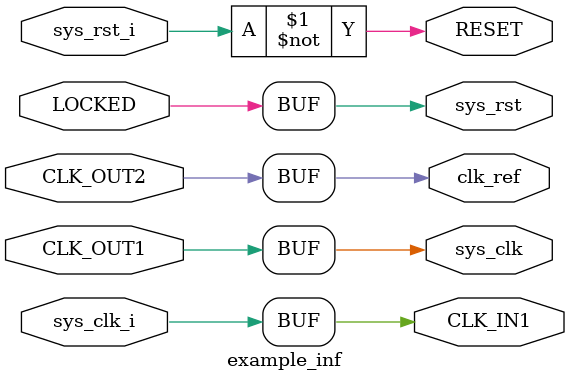
<source format=v>


// Change log:
// 
// 
// 

// -------------------------------------
// Naming Conventions:
// 	active low signals                 : "*_n"
// 	clock signals                      : "clk", "clk_div#", "clk_#x"
// 	reset signals                      : "rst", "rst_n"
// 	generics                           : "C_*"
// 	user defined types                 : "*_TYPE"
// 	state machine next state           : "*_ns"
// 	state machine current state        : "*_cs"
// 	combinatorial signals              : "*_com"
// 	pipelined or register delay signals: "*_d#"
// 	counter signals                    : "*cnt*"
// 	clock enable signals               : "*_ce"
// 	internal version of output port    : "*_i"
// 	device pins                        : "*_pin"
// 	ports                              : - Names begin with Uppercase
// Code:
module example_inf (/*AUTOARG*/
   // Outputs
   CLK_IN1, RESET, sys_clk, sys_rst, clk_ref,
   // Inputs
   CLK_OUT1, CLK_OUT2, LOCKED, sys_clk_i, sys_rst_i
   );
   input CLK_OUT1;
   input CLK_OUT2;
   input LOCKED;

   output CLK_IN1;
   output RESET;

   input  sys_clk_i;
   input  sys_rst_i;

   output sys_clk;
   output sys_rst;
   output clk_ref;

   assign CLK_IN1 = sys_clk_i;
   assign RESET   = ~sys_rst_i;
   
   assign sys_clk = CLK_OUT1;
   assign clk_ref = CLK_OUT2;
   assign sys_rst = LOCKED;
   
endmodule
// 
// example_inf.v ends here

</source>
